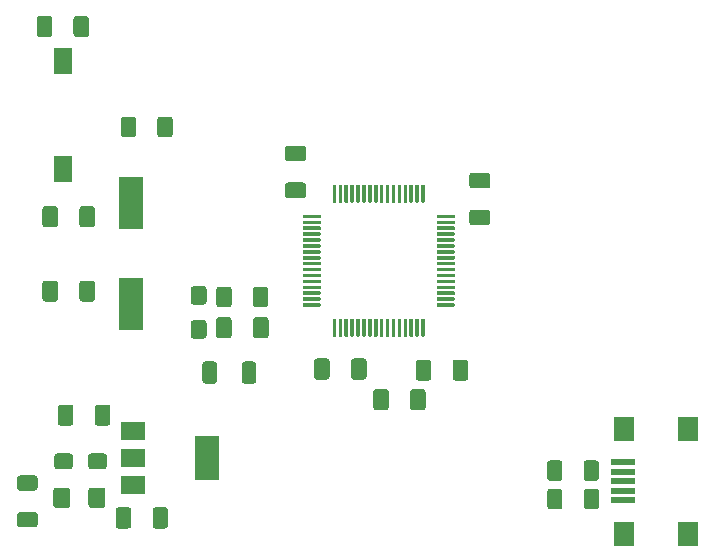
<source format=gtp>
%TF.GenerationSoftware,KiCad,Pcbnew,5.1.9+dfsg1-1*%
%TF.CreationDate,2022-02-05T10:31:28+01:00*%
%TF.ProjectId,STM32F4XX,53544d33-3246-4345-9858-2e6b69636164,2.0*%
%TF.SameCoordinates,Original*%
%TF.FileFunction,Paste,Top*%
%TF.FilePolarity,Positive*%
%FSLAX46Y46*%
G04 Gerber Fmt 4.6, Leading zero omitted, Abs format (unit mm)*
G04 Created by KiCad (PCBNEW 5.1.9+dfsg1-1) date 2022-02-05 10:31:28*
%MOMM*%
%LPD*%
G01*
G04 APERTURE LIST*
%ADD10R,1.600000X2.180000*%
%ADD11R,2.000000X4.500000*%
%ADD12R,2.000000X1.500000*%
%ADD13R,2.000000X3.800000*%
%ADD14R,1.700000X2.000000*%
%ADD15R,2.000000X0.500000*%
G04 APERTURE END LIST*
%TO.C,R5*%
G36*
G01*
X120525001Y-105800000D02*
X119274999Y-105800000D01*
G75*
G02*
X119025000Y-105550001I0J249999D01*
G01*
X119025000Y-104749999D01*
G75*
G02*
X119274999Y-104500000I249999J0D01*
G01*
X120525001Y-104500000D01*
G75*
G02*
X120775000Y-104749999I0J-249999D01*
G01*
X120775000Y-105550001D01*
G75*
G02*
X120525001Y-105800000I-249999J0D01*
G01*
G37*
G36*
G01*
X120525001Y-108900000D02*
X119274999Y-108900000D01*
G75*
G02*
X119025000Y-108650001I0J249999D01*
G01*
X119025000Y-107849999D01*
G75*
G02*
X119274999Y-107600000I249999J0D01*
G01*
X120525001Y-107600000D01*
G75*
G02*
X120775000Y-107849999I0J-249999D01*
G01*
X120775000Y-108650001D01*
G75*
G02*
X120525001Y-108900000I-249999J0D01*
G01*
G37*
%TD*%
%TO.C,C1*%
G36*
G01*
X141949998Y-79700000D02*
X143250002Y-79700000D01*
G75*
G02*
X143500000Y-79949998I0J-249998D01*
G01*
X143500000Y-80775002D01*
G75*
G02*
X143250002Y-81025000I-249998J0D01*
G01*
X141949998Y-81025000D01*
G75*
G02*
X141700000Y-80775002I0J249998D01*
G01*
X141700000Y-79949998D01*
G75*
G02*
X141949998Y-79700000I249998J0D01*
G01*
G37*
G36*
G01*
X141949998Y-76575000D02*
X143250002Y-76575000D01*
G75*
G02*
X143500000Y-76824998I0J-249998D01*
G01*
X143500000Y-77650002D01*
G75*
G02*
X143250002Y-77900000I-249998J0D01*
G01*
X141949998Y-77900000D01*
G75*
G02*
X141700000Y-77650002I0J249998D01*
G01*
X141700000Y-76824998D01*
G75*
G02*
X141949998Y-76575000I249998J0D01*
G01*
G37*
%TD*%
%TO.C,C6*%
G36*
G01*
X134825001Y-90050000D02*
X133974999Y-90050000D01*
G75*
G02*
X133725000Y-89800001I0J249999D01*
G01*
X133725000Y-88724999D01*
G75*
G02*
X133974999Y-88475000I249999J0D01*
G01*
X134825001Y-88475000D01*
G75*
G02*
X135075000Y-88724999I0J-249999D01*
G01*
X135075000Y-89800001D01*
G75*
G02*
X134825001Y-90050000I-249999J0D01*
G01*
G37*
G36*
G01*
X134825001Y-92925000D02*
X133974999Y-92925000D01*
G75*
G02*
X133725000Y-92675001I0J249999D01*
G01*
X133725000Y-91599999D01*
G75*
G02*
X133974999Y-91350000I249999J0D01*
G01*
X134825001Y-91350000D01*
G75*
G02*
X135075000Y-91599999I0J-249999D01*
G01*
X135075000Y-92675001D01*
G75*
G02*
X134825001Y-92925000I-249999J0D01*
G01*
G37*
%TD*%
%TO.C,C8*%
G36*
G01*
X152300000Y-98750002D02*
X152300000Y-97449998D01*
G75*
G02*
X152549998Y-97200000I249998J0D01*
G01*
X153375002Y-97200000D01*
G75*
G02*
X153625000Y-97449998I0J-249998D01*
G01*
X153625000Y-98750002D01*
G75*
G02*
X153375002Y-99000000I-249998J0D01*
G01*
X152549998Y-99000000D01*
G75*
G02*
X152300000Y-98750002I0J249998D01*
G01*
G37*
G36*
G01*
X149175000Y-98750002D02*
X149175000Y-97449998D01*
G75*
G02*
X149424998Y-97200000I249998J0D01*
G01*
X150250002Y-97200000D01*
G75*
G02*
X150500000Y-97449998I0J-249998D01*
G01*
X150500000Y-98750002D01*
G75*
G02*
X150250002Y-99000000I-249998J0D01*
G01*
X149424998Y-99000000D01*
G75*
G02*
X149175000Y-98750002I0J249998D01*
G01*
G37*
%TD*%
%TO.C,D1*%
G36*
G01*
X123525000Y-105775000D02*
X123525000Y-107025000D01*
G75*
G02*
X123275000Y-107275000I-250000J0D01*
G01*
X122350000Y-107275000D01*
G75*
G02*
X122100000Y-107025000I0J250000D01*
G01*
X122100000Y-105775000D01*
G75*
G02*
X122350000Y-105525000I250000J0D01*
G01*
X123275000Y-105525000D01*
G75*
G02*
X123525000Y-105775000I0J-250000D01*
G01*
G37*
G36*
G01*
X126500000Y-105775000D02*
X126500000Y-107025000D01*
G75*
G02*
X126250000Y-107275000I-250000J0D01*
G01*
X125325000Y-107275000D01*
G75*
G02*
X125075000Y-107025000I0J250000D01*
G01*
X125075000Y-105775000D01*
G75*
G02*
X125325000Y-105525000I250000J0D01*
G01*
X126250000Y-105525000D01*
G75*
G02*
X126500000Y-105775000I0J-250000D01*
G01*
G37*
%TD*%
%TO.C,FB1*%
G36*
G01*
X138050000Y-96500001D02*
X138050000Y-95099999D01*
G75*
G02*
X138299999Y-94850000I249999J0D01*
G01*
X139025001Y-94850000D01*
G75*
G02*
X139275000Y-95099999I0J-249999D01*
G01*
X139275000Y-96500001D01*
G75*
G02*
X139025001Y-96750000I-249999J0D01*
G01*
X138299999Y-96750000D01*
G75*
G02*
X138050000Y-96500001I0J249999D01*
G01*
G37*
G36*
G01*
X134725000Y-96500001D02*
X134725000Y-95099999D01*
G75*
G02*
X134974999Y-94850000I249999J0D01*
G01*
X135700001Y-94850000D01*
G75*
G02*
X135950000Y-95099999I0J-249999D01*
G01*
X135950000Y-96500001D01*
G75*
G02*
X135700001Y-96750000I-249999J0D01*
G01*
X134974999Y-96750000D01*
G75*
G02*
X134725000Y-96500001I0J249999D01*
G01*
G37*
%TD*%
%TO.C,R1*%
G36*
G01*
X130900000Y-75625001D02*
X130900000Y-74374999D01*
G75*
G02*
X131149999Y-74125000I249999J0D01*
G01*
X131950001Y-74125000D01*
G75*
G02*
X132200000Y-74374999I0J-249999D01*
G01*
X132200000Y-75625001D01*
G75*
G02*
X131950001Y-75875000I-249999J0D01*
G01*
X131149999Y-75875000D01*
G75*
G02*
X130900000Y-75625001I0J249999D01*
G01*
G37*
G36*
G01*
X127800000Y-75625001D02*
X127800000Y-74374999D01*
G75*
G02*
X128049999Y-74125000I249999J0D01*
G01*
X128850001Y-74125000D01*
G75*
G02*
X129100000Y-74374999I0J-249999D01*
G01*
X129100000Y-75625001D01*
G75*
G02*
X128850001Y-75875000I-249999J0D01*
G01*
X128049999Y-75875000D01*
G75*
G02*
X127800000Y-75625001I0J249999D01*
G01*
G37*
%TD*%
%TO.C,R2*%
G36*
G01*
X139000000Y-90025001D02*
X139000000Y-88774999D01*
G75*
G02*
X139249999Y-88525000I249999J0D01*
G01*
X140050001Y-88525000D01*
G75*
G02*
X140300000Y-88774999I0J-249999D01*
G01*
X140300000Y-90025001D01*
G75*
G02*
X140050001Y-90275000I-249999J0D01*
G01*
X139249999Y-90275000D01*
G75*
G02*
X139000000Y-90025001I0J249999D01*
G01*
G37*
G36*
G01*
X135900000Y-90025001D02*
X135900000Y-88774999D01*
G75*
G02*
X136149999Y-88525000I249999J0D01*
G01*
X136950001Y-88525000D01*
G75*
G02*
X137200000Y-88774999I0J-249999D01*
G01*
X137200000Y-90025001D01*
G75*
G02*
X136950001Y-90275000I-249999J0D01*
G01*
X136149999Y-90275000D01*
G75*
G02*
X135900000Y-90025001I0J249999D01*
G01*
G37*
%TD*%
%TO.C,R4*%
G36*
G01*
X167000000Y-107125001D02*
X167000000Y-105874999D01*
G75*
G02*
X167249999Y-105625000I249999J0D01*
G01*
X168050001Y-105625000D01*
G75*
G02*
X168300000Y-105874999I0J-249999D01*
G01*
X168300000Y-107125001D01*
G75*
G02*
X168050001Y-107375000I-249999J0D01*
G01*
X167249999Y-107375000D01*
G75*
G02*
X167000000Y-107125001I0J249999D01*
G01*
G37*
G36*
G01*
X163900000Y-107125001D02*
X163900000Y-105874999D01*
G75*
G02*
X164149999Y-105625000I249999J0D01*
G01*
X164950001Y-105625000D01*
G75*
G02*
X165200000Y-105874999I0J-249999D01*
G01*
X165200000Y-107125001D01*
G75*
G02*
X164950001Y-107375000I-249999J0D01*
G01*
X164149999Y-107375000D01*
G75*
G02*
X163900000Y-107125001I0J249999D01*
G01*
G37*
%TD*%
D10*
%TO.C,SW1*%
X122900000Y-69410000D03*
X122900000Y-78590000D03*
%TD*%
%TO.C,U1*%
G36*
G01*
X145750000Y-81350000D02*
X145750000Y-79950000D01*
G75*
G02*
X145825000Y-79875000I75000J0D01*
G01*
X145975000Y-79875000D01*
G75*
G02*
X146050000Y-79950000I0J-75000D01*
G01*
X146050000Y-81350000D01*
G75*
G02*
X145975000Y-81425000I-75000J0D01*
G01*
X145825000Y-81425000D01*
G75*
G02*
X145750000Y-81350000I0J75000D01*
G01*
G37*
G36*
G01*
X146250000Y-81350000D02*
X146250000Y-79950000D01*
G75*
G02*
X146325000Y-79875000I75000J0D01*
G01*
X146475000Y-79875000D01*
G75*
G02*
X146550000Y-79950000I0J-75000D01*
G01*
X146550000Y-81350000D01*
G75*
G02*
X146475000Y-81425000I-75000J0D01*
G01*
X146325000Y-81425000D01*
G75*
G02*
X146250000Y-81350000I0J75000D01*
G01*
G37*
G36*
G01*
X146750000Y-81350000D02*
X146750000Y-79950000D01*
G75*
G02*
X146825000Y-79875000I75000J0D01*
G01*
X146975000Y-79875000D01*
G75*
G02*
X147050000Y-79950000I0J-75000D01*
G01*
X147050000Y-81350000D01*
G75*
G02*
X146975000Y-81425000I-75000J0D01*
G01*
X146825000Y-81425000D01*
G75*
G02*
X146750000Y-81350000I0J75000D01*
G01*
G37*
G36*
G01*
X147250000Y-81350000D02*
X147250000Y-79950000D01*
G75*
G02*
X147325000Y-79875000I75000J0D01*
G01*
X147475000Y-79875000D01*
G75*
G02*
X147550000Y-79950000I0J-75000D01*
G01*
X147550000Y-81350000D01*
G75*
G02*
X147475000Y-81425000I-75000J0D01*
G01*
X147325000Y-81425000D01*
G75*
G02*
X147250000Y-81350000I0J75000D01*
G01*
G37*
G36*
G01*
X147750000Y-81350000D02*
X147750000Y-79950000D01*
G75*
G02*
X147825000Y-79875000I75000J0D01*
G01*
X147975000Y-79875000D01*
G75*
G02*
X148050000Y-79950000I0J-75000D01*
G01*
X148050000Y-81350000D01*
G75*
G02*
X147975000Y-81425000I-75000J0D01*
G01*
X147825000Y-81425000D01*
G75*
G02*
X147750000Y-81350000I0J75000D01*
G01*
G37*
G36*
G01*
X148250000Y-81350000D02*
X148250000Y-79950000D01*
G75*
G02*
X148325000Y-79875000I75000J0D01*
G01*
X148475000Y-79875000D01*
G75*
G02*
X148550000Y-79950000I0J-75000D01*
G01*
X148550000Y-81350000D01*
G75*
G02*
X148475000Y-81425000I-75000J0D01*
G01*
X148325000Y-81425000D01*
G75*
G02*
X148250000Y-81350000I0J75000D01*
G01*
G37*
G36*
G01*
X148750000Y-81350000D02*
X148750000Y-79950000D01*
G75*
G02*
X148825000Y-79875000I75000J0D01*
G01*
X148975000Y-79875000D01*
G75*
G02*
X149050000Y-79950000I0J-75000D01*
G01*
X149050000Y-81350000D01*
G75*
G02*
X148975000Y-81425000I-75000J0D01*
G01*
X148825000Y-81425000D01*
G75*
G02*
X148750000Y-81350000I0J75000D01*
G01*
G37*
G36*
G01*
X149250000Y-81350000D02*
X149250000Y-79950000D01*
G75*
G02*
X149325000Y-79875000I75000J0D01*
G01*
X149475000Y-79875000D01*
G75*
G02*
X149550000Y-79950000I0J-75000D01*
G01*
X149550000Y-81350000D01*
G75*
G02*
X149475000Y-81425000I-75000J0D01*
G01*
X149325000Y-81425000D01*
G75*
G02*
X149250000Y-81350000I0J75000D01*
G01*
G37*
G36*
G01*
X149750000Y-81350000D02*
X149750000Y-79950000D01*
G75*
G02*
X149825000Y-79875000I75000J0D01*
G01*
X149975000Y-79875000D01*
G75*
G02*
X150050000Y-79950000I0J-75000D01*
G01*
X150050000Y-81350000D01*
G75*
G02*
X149975000Y-81425000I-75000J0D01*
G01*
X149825000Y-81425000D01*
G75*
G02*
X149750000Y-81350000I0J75000D01*
G01*
G37*
G36*
G01*
X150250000Y-81350000D02*
X150250000Y-79950000D01*
G75*
G02*
X150325000Y-79875000I75000J0D01*
G01*
X150475000Y-79875000D01*
G75*
G02*
X150550000Y-79950000I0J-75000D01*
G01*
X150550000Y-81350000D01*
G75*
G02*
X150475000Y-81425000I-75000J0D01*
G01*
X150325000Y-81425000D01*
G75*
G02*
X150250000Y-81350000I0J75000D01*
G01*
G37*
G36*
G01*
X150750000Y-81350000D02*
X150750000Y-79950000D01*
G75*
G02*
X150825000Y-79875000I75000J0D01*
G01*
X150975000Y-79875000D01*
G75*
G02*
X151050000Y-79950000I0J-75000D01*
G01*
X151050000Y-81350000D01*
G75*
G02*
X150975000Y-81425000I-75000J0D01*
G01*
X150825000Y-81425000D01*
G75*
G02*
X150750000Y-81350000I0J75000D01*
G01*
G37*
G36*
G01*
X151250000Y-81350000D02*
X151250000Y-79950000D01*
G75*
G02*
X151325000Y-79875000I75000J0D01*
G01*
X151475000Y-79875000D01*
G75*
G02*
X151550000Y-79950000I0J-75000D01*
G01*
X151550000Y-81350000D01*
G75*
G02*
X151475000Y-81425000I-75000J0D01*
G01*
X151325000Y-81425000D01*
G75*
G02*
X151250000Y-81350000I0J75000D01*
G01*
G37*
G36*
G01*
X151750000Y-81350000D02*
X151750000Y-79950000D01*
G75*
G02*
X151825000Y-79875000I75000J0D01*
G01*
X151975000Y-79875000D01*
G75*
G02*
X152050000Y-79950000I0J-75000D01*
G01*
X152050000Y-81350000D01*
G75*
G02*
X151975000Y-81425000I-75000J0D01*
G01*
X151825000Y-81425000D01*
G75*
G02*
X151750000Y-81350000I0J75000D01*
G01*
G37*
G36*
G01*
X152250000Y-81350000D02*
X152250000Y-79950000D01*
G75*
G02*
X152325000Y-79875000I75000J0D01*
G01*
X152475000Y-79875000D01*
G75*
G02*
X152550000Y-79950000I0J-75000D01*
G01*
X152550000Y-81350000D01*
G75*
G02*
X152475000Y-81425000I-75000J0D01*
G01*
X152325000Y-81425000D01*
G75*
G02*
X152250000Y-81350000I0J75000D01*
G01*
G37*
G36*
G01*
X152750000Y-81350000D02*
X152750000Y-79950000D01*
G75*
G02*
X152825000Y-79875000I75000J0D01*
G01*
X152975000Y-79875000D01*
G75*
G02*
X153050000Y-79950000I0J-75000D01*
G01*
X153050000Y-81350000D01*
G75*
G02*
X152975000Y-81425000I-75000J0D01*
G01*
X152825000Y-81425000D01*
G75*
G02*
X152750000Y-81350000I0J75000D01*
G01*
G37*
G36*
G01*
X153250000Y-81350000D02*
X153250000Y-79950000D01*
G75*
G02*
X153325000Y-79875000I75000J0D01*
G01*
X153475000Y-79875000D01*
G75*
G02*
X153550000Y-79950000I0J-75000D01*
G01*
X153550000Y-81350000D01*
G75*
G02*
X153475000Y-81425000I-75000J0D01*
G01*
X153325000Y-81425000D01*
G75*
G02*
X153250000Y-81350000I0J75000D01*
G01*
G37*
G36*
G01*
X154550000Y-82650000D02*
X154550000Y-82500000D01*
G75*
G02*
X154625000Y-82425000I75000J0D01*
G01*
X156025000Y-82425000D01*
G75*
G02*
X156100000Y-82500000I0J-75000D01*
G01*
X156100000Y-82650000D01*
G75*
G02*
X156025000Y-82725000I-75000J0D01*
G01*
X154625000Y-82725000D01*
G75*
G02*
X154550000Y-82650000I0J75000D01*
G01*
G37*
G36*
G01*
X154550000Y-83150000D02*
X154550000Y-83000000D01*
G75*
G02*
X154625000Y-82925000I75000J0D01*
G01*
X156025000Y-82925000D01*
G75*
G02*
X156100000Y-83000000I0J-75000D01*
G01*
X156100000Y-83150000D01*
G75*
G02*
X156025000Y-83225000I-75000J0D01*
G01*
X154625000Y-83225000D01*
G75*
G02*
X154550000Y-83150000I0J75000D01*
G01*
G37*
G36*
G01*
X154550000Y-83650000D02*
X154550000Y-83500000D01*
G75*
G02*
X154625000Y-83425000I75000J0D01*
G01*
X156025000Y-83425000D01*
G75*
G02*
X156100000Y-83500000I0J-75000D01*
G01*
X156100000Y-83650000D01*
G75*
G02*
X156025000Y-83725000I-75000J0D01*
G01*
X154625000Y-83725000D01*
G75*
G02*
X154550000Y-83650000I0J75000D01*
G01*
G37*
G36*
G01*
X154550000Y-84150000D02*
X154550000Y-84000000D01*
G75*
G02*
X154625000Y-83925000I75000J0D01*
G01*
X156025000Y-83925000D01*
G75*
G02*
X156100000Y-84000000I0J-75000D01*
G01*
X156100000Y-84150000D01*
G75*
G02*
X156025000Y-84225000I-75000J0D01*
G01*
X154625000Y-84225000D01*
G75*
G02*
X154550000Y-84150000I0J75000D01*
G01*
G37*
G36*
G01*
X154550000Y-84650000D02*
X154550000Y-84500000D01*
G75*
G02*
X154625000Y-84425000I75000J0D01*
G01*
X156025000Y-84425000D01*
G75*
G02*
X156100000Y-84500000I0J-75000D01*
G01*
X156100000Y-84650000D01*
G75*
G02*
X156025000Y-84725000I-75000J0D01*
G01*
X154625000Y-84725000D01*
G75*
G02*
X154550000Y-84650000I0J75000D01*
G01*
G37*
G36*
G01*
X154550000Y-85150000D02*
X154550000Y-85000000D01*
G75*
G02*
X154625000Y-84925000I75000J0D01*
G01*
X156025000Y-84925000D01*
G75*
G02*
X156100000Y-85000000I0J-75000D01*
G01*
X156100000Y-85150000D01*
G75*
G02*
X156025000Y-85225000I-75000J0D01*
G01*
X154625000Y-85225000D01*
G75*
G02*
X154550000Y-85150000I0J75000D01*
G01*
G37*
G36*
G01*
X154550000Y-85650000D02*
X154550000Y-85500000D01*
G75*
G02*
X154625000Y-85425000I75000J0D01*
G01*
X156025000Y-85425000D01*
G75*
G02*
X156100000Y-85500000I0J-75000D01*
G01*
X156100000Y-85650000D01*
G75*
G02*
X156025000Y-85725000I-75000J0D01*
G01*
X154625000Y-85725000D01*
G75*
G02*
X154550000Y-85650000I0J75000D01*
G01*
G37*
G36*
G01*
X154550000Y-86150000D02*
X154550000Y-86000000D01*
G75*
G02*
X154625000Y-85925000I75000J0D01*
G01*
X156025000Y-85925000D01*
G75*
G02*
X156100000Y-86000000I0J-75000D01*
G01*
X156100000Y-86150000D01*
G75*
G02*
X156025000Y-86225000I-75000J0D01*
G01*
X154625000Y-86225000D01*
G75*
G02*
X154550000Y-86150000I0J75000D01*
G01*
G37*
G36*
G01*
X154550000Y-86650000D02*
X154550000Y-86500000D01*
G75*
G02*
X154625000Y-86425000I75000J0D01*
G01*
X156025000Y-86425000D01*
G75*
G02*
X156100000Y-86500000I0J-75000D01*
G01*
X156100000Y-86650000D01*
G75*
G02*
X156025000Y-86725000I-75000J0D01*
G01*
X154625000Y-86725000D01*
G75*
G02*
X154550000Y-86650000I0J75000D01*
G01*
G37*
G36*
G01*
X154550000Y-87150000D02*
X154550000Y-87000000D01*
G75*
G02*
X154625000Y-86925000I75000J0D01*
G01*
X156025000Y-86925000D01*
G75*
G02*
X156100000Y-87000000I0J-75000D01*
G01*
X156100000Y-87150000D01*
G75*
G02*
X156025000Y-87225000I-75000J0D01*
G01*
X154625000Y-87225000D01*
G75*
G02*
X154550000Y-87150000I0J75000D01*
G01*
G37*
G36*
G01*
X154550000Y-87650000D02*
X154550000Y-87500000D01*
G75*
G02*
X154625000Y-87425000I75000J0D01*
G01*
X156025000Y-87425000D01*
G75*
G02*
X156100000Y-87500000I0J-75000D01*
G01*
X156100000Y-87650000D01*
G75*
G02*
X156025000Y-87725000I-75000J0D01*
G01*
X154625000Y-87725000D01*
G75*
G02*
X154550000Y-87650000I0J75000D01*
G01*
G37*
G36*
G01*
X154550000Y-88150000D02*
X154550000Y-88000000D01*
G75*
G02*
X154625000Y-87925000I75000J0D01*
G01*
X156025000Y-87925000D01*
G75*
G02*
X156100000Y-88000000I0J-75000D01*
G01*
X156100000Y-88150000D01*
G75*
G02*
X156025000Y-88225000I-75000J0D01*
G01*
X154625000Y-88225000D01*
G75*
G02*
X154550000Y-88150000I0J75000D01*
G01*
G37*
G36*
G01*
X154550000Y-88650000D02*
X154550000Y-88500000D01*
G75*
G02*
X154625000Y-88425000I75000J0D01*
G01*
X156025000Y-88425000D01*
G75*
G02*
X156100000Y-88500000I0J-75000D01*
G01*
X156100000Y-88650000D01*
G75*
G02*
X156025000Y-88725000I-75000J0D01*
G01*
X154625000Y-88725000D01*
G75*
G02*
X154550000Y-88650000I0J75000D01*
G01*
G37*
G36*
G01*
X154550000Y-89150000D02*
X154550000Y-89000000D01*
G75*
G02*
X154625000Y-88925000I75000J0D01*
G01*
X156025000Y-88925000D01*
G75*
G02*
X156100000Y-89000000I0J-75000D01*
G01*
X156100000Y-89150000D01*
G75*
G02*
X156025000Y-89225000I-75000J0D01*
G01*
X154625000Y-89225000D01*
G75*
G02*
X154550000Y-89150000I0J75000D01*
G01*
G37*
G36*
G01*
X154550000Y-89650000D02*
X154550000Y-89500000D01*
G75*
G02*
X154625000Y-89425000I75000J0D01*
G01*
X156025000Y-89425000D01*
G75*
G02*
X156100000Y-89500000I0J-75000D01*
G01*
X156100000Y-89650000D01*
G75*
G02*
X156025000Y-89725000I-75000J0D01*
G01*
X154625000Y-89725000D01*
G75*
G02*
X154550000Y-89650000I0J75000D01*
G01*
G37*
G36*
G01*
X154550000Y-90150000D02*
X154550000Y-90000000D01*
G75*
G02*
X154625000Y-89925000I75000J0D01*
G01*
X156025000Y-89925000D01*
G75*
G02*
X156100000Y-90000000I0J-75000D01*
G01*
X156100000Y-90150000D01*
G75*
G02*
X156025000Y-90225000I-75000J0D01*
G01*
X154625000Y-90225000D01*
G75*
G02*
X154550000Y-90150000I0J75000D01*
G01*
G37*
G36*
G01*
X153250000Y-92700000D02*
X153250000Y-91300000D01*
G75*
G02*
X153325000Y-91225000I75000J0D01*
G01*
X153475000Y-91225000D01*
G75*
G02*
X153550000Y-91300000I0J-75000D01*
G01*
X153550000Y-92700000D01*
G75*
G02*
X153475000Y-92775000I-75000J0D01*
G01*
X153325000Y-92775000D01*
G75*
G02*
X153250000Y-92700000I0J75000D01*
G01*
G37*
G36*
G01*
X152750000Y-92700000D02*
X152750000Y-91300000D01*
G75*
G02*
X152825000Y-91225000I75000J0D01*
G01*
X152975000Y-91225000D01*
G75*
G02*
X153050000Y-91300000I0J-75000D01*
G01*
X153050000Y-92700000D01*
G75*
G02*
X152975000Y-92775000I-75000J0D01*
G01*
X152825000Y-92775000D01*
G75*
G02*
X152750000Y-92700000I0J75000D01*
G01*
G37*
G36*
G01*
X152250000Y-92700000D02*
X152250000Y-91300000D01*
G75*
G02*
X152325000Y-91225000I75000J0D01*
G01*
X152475000Y-91225000D01*
G75*
G02*
X152550000Y-91300000I0J-75000D01*
G01*
X152550000Y-92700000D01*
G75*
G02*
X152475000Y-92775000I-75000J0D01*
G01*
X152325000Y-92775000D01*
G75*
G02*
X152250000Y-92700000I0J75000D01*
G01*
G37*
G36*
G01*
X151750000Y-92700000D02*
X151750000Y-91300000D01*
G75*
G02*
X151825000Y-91225000I75000J0D01*
G01*
X151975000Y-91225000D01*
G75*
G02*
X152050000Y-91300000I0J-75000D01*
G01*
X152050000Y-92700000D01*
G75*
G02*
X151975000Y-92775000I-75000J0D01*
G01*
X151825000Y-92775000D01*
G75*
G02*
X151750000Y-92700000I0J75000D01*
G01*
G37*
G36*
G01*
X151250000Y-92700000D02*
X151250000Y-91300000D01*
G75*
G02*
X151325000Y-91225000I75000J0D01*
G01*
X151475000Y-91225000D01*
G75*
G02*
X151550000Y-91300000I0J-75000D01*
G01*
X151550000Y-92700000D01*
G75*
G02*
X151475000Y-92775000I-75000J0D01*
G01*
X151325000Y-92775000D01*
G75*
G02*
X151250000Y-92700000I0J75000D01*
G01*
G37*
G36*
G01*
X150750000Y-92700000D02*
X150750000Y-91300000D01*
G75*
G02*
X150825000Y-91225000I75000J0D01*
G01*
X150975000Y-91225000D01*
G75*
G02*
X151050000Y-91300000I0J-75000D01*
G01*
X151050000Y-92700000D01*
G75*
G02*
X150975000Y-92775000I-75000J0D01*
G01*
X150825000Y-92775000D01*
G75*
G02*
X150750000Y-92700000I0J75000D01*
G01*
G37*
G36*
G01*
X150250000Y-92700000D02*
X150250000Y-91300000D01*
G75*
G02*
X150325000Y-91225000I75000J0D01*
G01*
X150475000Y-91225000D01*
G75*
G02*
X150550000Y-91300000I0J-75000D01*
G01*
X150550000Y-92700000D01*
G75*
G02*
X150475000Y-92775000I-75000J0D01*
G01*
X150325000Y-92775000D01*
G75*
G02*
X150250000Y-92700000I0J75000D01*
G01*
G37*
G36*
G01*
X149750000Y-92700000D02*
X149750000Y-91300000D01*
G75*
G02*
X149825000Y-91225000I75000J0D01*
G01*
X149975000Y-91225000D01*
G75*
G02*
X150050000Y-91300000I0J-75000D01*
G01*
X150050000Y-92700000D01*
G75*
G02*
X149975000Y-92775000I-75000J0D01*
G01*
X149825000Y-92775000D01*
G75*
G02*
X149750000Y-92700000I0J75000D01*
G01*
G37*
G36*
G01*
X149250000Y-92700000D02*
X149250000Y-91300000D01*
G75*
G02*
X149325000Y-91225000I75000J0D01*
G01*
X149475000Y-91225000D01*
G75*
G02*
X149550000Y-91300000I0J-75000D01*
G01*
X149550000Y-92700000D01*
G75*
G02*
X149475000Y-92775000I-75000J0D01*
G01*
X149325000Y-92775000D01*
G75*
G02*
X149250000Y-92700000I0J75000D01*
G01*
G37*
G36*
G01*
X148750000Y-92700000D02*
X148750000Y-91300000D01*
G75*
G02*
X148825000Y-91225000I75000J0D01*
G01*
X148975000Y-91225000D01*
G75*
G02*
X149050000Y-91300000I0J-75000D01*
G01*
X149050000Y-92700000D01*
G75*
G02*
X148975000Y-92775000I-75000J0D01*
G01*
X148825000Y-92775000D01*
G75*
G02*
X148750000Y-92700000I0J75000D01*
G01*
G37*
G36*
G01*
X148250000Y-92700000D02*
X148250000Y-91300000D01*
G75*
G02*
X148325000Y-91225000I75000J0D01*
G01*
X148475000Y-91225000D01*
G75*
G02*
X148550000Y-91300000I0J-75000D01*
G01*
X148550000Y-92700000D01*
G75*
G02*
X148475000Y-92775000I-75000J0D01*
G01*
X148325000Y-92775000D01*
G75*
G02*
X148250000Y-92700000I0J75000D01*
G01*
G37*
G36*
G01*
X147750000Y-92700000D02*
X147750000Y-91300000D01*
G75*
G02*
X147825000Y-91225000I75000J0D01*
G01*
X147975000Y-91225000D01*
G75*
G02*
X148050000Y-91300000I0J-75000D01*
G01*
X148050000Y-92700000D01*
G75*
G02*
X147975000Y-92775000I-75000J0D01*
G01*
X147825000Y-92775000D01*
G75*
G02*
X147750000Y-92700000I0J75000D01*
G01*
G37*
G36*
G01*
X147250000Y-92700000D02*
X147250000Y-91300000D01*
G75*
G02*
X147325000Y-91225000I75000J0D01*
G01*
X147475000Y-91225000D01*
G75*
G02*
X147550000Y-91300000I0J-75000D01*
G01*
X147550000Y-92700000D01*
G75*
G02*
X147475000Y-92775000I-75000J0D01*
G01*
X147325000Y-92775000D01*
G75*
G02*
X147250000Y-92700000I0J75000D01*
G01*
G37*
G36*
G01*
X146750000Y-92700000D02*
X146750000Y-91300000D01*
G75*
G02*
X146825000Y-91225000I75000J0D01*
G01*
X146975000Y-91225000D01*
G75*
G02*
X147050000Y-91300000I0J-75000D01*
G01*
X147050000Y-92700000D01*
G75*
G02*
X146975000Y-92775000I-75000J0D01*
G01*
X146825000Y-92775000D01*
G75*
G02*
X146750000Y-92700000I0J75000D01*
G01*
G37*
G36*
G01*
X146250000Y-92700000D02*
X146250000Y-91300000D01*
G75*
G02*
X146325000Y-91225000I75000J0D01*
G01*
X146475000Y-91225000D01*
G75*
G02*
X146550000Y-91300000I0J-75000D01*
G01*
X146550000Y-92700000D01*
G75*
G02*
X146475000Y-92775000I-75000J0D01*
G01*
X146325000Y-92775000D01*
G75*
G02*
X146250000Y-92700000I0J75000D01*
G01*
G37*
G36*
G01*
X145750000Y-92700000D02*
X145750000Y-91300000D01*
G75*
G02*
X145825000Y-91225000I75000J0D01*
G01*
X145975000Y-91225000D01*
G75*
G02*
X146050000Y-91300000I0J-75000D01*
G01*
X146050000Y-92700000D01*
G75*
G02*
X145975000Y-92775000I-75000J0D01*
G01*
X145825000Y-92775000D01*
G75*
G02*
X145750000Y-92700000I0J75000D01*
G01*
G37*
G36*
G01*
X143200000Y-90150000D02*
X143200000Y-90000000D01*
G75*
G02*
X143275000Y-89925000I75000J0D01*
G01*
X144675000Y-89925000D01*
G75*
G02*
X144750000Y-90000000I0J-75000D01*
G01*
X144750000Y-90150000D01*
G75*
G02*
X144675000Y-90225000I-75000J0D01*
G01*
X143275000Y-90225000D01*
G75*
G02*
X143200000Y-90150000I0J75000D01*
G01*
G37*
G36*
G01*
X143200000Y-89650000D02*
X143200000Y-89500000D01*
G75*
G02*
X143275000Y-89425000I75000J0D01*
G01*
X144675000Y-89425000D01*
G75*
G02*
X144750000Y-89500000I0J-75000D01*
G01*
X144750000Y-89650000D01*
G75*
G02*
X144675000Y-89725000I-75000J0D01*
G01*
X143275000Y-89725000D01*
G75*
G02*
X143200000Y-89650000I0J75000D01*
G01*
G37*
G36*
G01*
X143200000Y-89150000D02*
X143200000Y-89000000D01*
G75*
G02*
X143275000Y-88925000I75000J0D01*
G01*
X144675000Y-88925000D01*
G75*
G02*
X144750000Y-89000000I0J-75000D01*
G01*
X144750000Y-89150000D01*
G75*
G02*
X144675000Y-89225000I-75000J0D01*
G01*
X143275000Y-89225000D01*
G75*
G02*
X143200000Y-89150000I0J75000D01*
G01*
G37*
G36*
G01*
X143200000Y-88650000D02*
X143200000Y-88500000D01*
G75*
G02*
X143275000Y-88425000I75000J0D01*
G01*
X144675000Y-88425000D01*
G75*
G02*
X144750000Y-88500000I0J-75000D01*
G01*
X144750000Y-88650000D01*
G75*
G02*
X144675000Y-88725000I-75000J0D01*
G01*
X143275000Y-88725000D01*
G75*
G02*
X143200000Y-88650000I0J75000D01*
G01*
G37*
G36*
G01*
X143200000Y-88150000D02*
X143200000Y-88000000D01*
G75*
G02*
X143275000Y-87925000I75000J0D01*
G01*
X144675000Y-87925000D01*
G75*
G02*
X144750000Y-88000000I0J-75000D01*
G01*
X144750000Y-88150000D01*
G75*
G02*
X144675000Y-88225000I-75000J0D01*
G01*
X143275000Y-88225000D01*
G75*
G02*
X143200000Y-88150000I0J75000D01*
G01*
G37*
G36*
G01*
X143200000Y-87650000D02*
X143200000Y-87500000D01*
G75*
G02*
X143275000Y-87425000I75000J0D01*
G01*
X144675000Y-87425000D01*
G75*
G02*
X144750000Y-87500000I0J-75000D01*
G01*
X144750000Y-87650000D01*
G75*
G02*
X144675000Y-87725000I-75000J0D01*
G01*
X143275000Y-87725000D01*
G75*
G02*
X143200000Y-87650000I0J75000D01*
G01*
G37*
G36*
G01*
X143200000Y-87150000D02*
X143200000Y-87000000D01*
G75*
G02*
X143275000Y-86925000I75000J0D01*
G01*
X144675000Y-86925000D01*
G75*
G02*
X144750000Y-87000000I0J-75000D01*
G01*
X144750000Y-87150000D01*
G75*
G02*
X144675000Y-87225000I-75000J0D01*
G01*
X143275000Y-87225000D01*
G75*
G02*
X143200000Y-87150000I0J75000D01*
G01*
G37*
G36*
G01*
X143200000Y-86650000D02*
X143200000Y-86500000D01*
G75*
G02*
X143275000Y-86425000I75000J0D01*
G01*
X144675000Y-86425000D01*
G75*
G02*
X144750000Y-86500000I0J-75000D01*
G01*
X144750000Y-86650000D01*
G75*
G02*
X144675000Y-86725000I-75000J0D01*
G01*
X143275000Y-86725000D01*
G75*
G02*
X143200000Y-86650000I0J75000D01*
G01*
G37*
G36*
G01*
X143200000Y-86150000D02*
X143200000Y-86000000D01*
G75*
G02*
X143275000Y-85925000I75000J0D01*
G01*
X144675000Y-85925000D01*
G75*
G02*
X144750000Y-86000000I0J-75000D01*
G01*
X144750000Y-86150000D01*
G75*
G02*
X144675000Y-86225000I-75000J0D01*
G01*
X143275000Y-86225000D01*
G75*
G02*
X143200000Y-86150000I0J75000D01*
G01*
G37*
G36*
G01*
X143200000Y-85650000D02*
X143200000Y-85500000D01*
G75*
G02*
X143275000Y-85425000I75000J0D01*
G01*
X144675000Y-85425000D01*
G75*
G02*
X144750000Y-85500000I0J-75000D01*
G01*
X144750000Y-85650000D01*
G75*
G02*
X144675000Y-85725000I-75000J0D01*
G01*
X143275000Y-85725000D01*
G75*
G02*
X143200000Y-85650000I0J75000D01*
G01*
G37*
G36*
G01*
X143200000Y-85150000D02*
X143200000Y-85000000D01*
G75*
G02*
X143275000Y-84925000I75000J0D01*
G01*
X144675000Y-84925000D01*
G75*
G02*
X144750000Y-85000000I0J-75000D01*
G01*
X144750000Y-85150000D01*
G75*
G02*
X144675000Y-85225000I-75000J0D01*
G01*
X143275000Y-85225000D01*
G75*
G02*
X143200000Y-85150000I0J75000D01*
G01*
G37*
G36*
G01*
X143200000Y-84650000D02*
X143200000Y-84500000D01*
G75*
G02*
X143275000Y-84425000I75000J0D01*
G01*
X144675000Y-84425000D01*
G75*
G02*
X144750000Y-84500000I0J-75000D01*
G01*
X144750000Y-84650000D01*
G75*
G02*
X144675000Y-84725000I-75000J0D01*
G01*
X143275000Y-84725000D01*
G75*
G02*
X143200000Y-84650000I0J75000D01*
G01*
G37*
G36*
G01*
X143200000Y-84150000D02*
X143200000Y-84000000D01*
G75*
G02*
X143275000Y-83925000I75000J0D01*
G01*
X144675000Y-83925000D01*
G75*
G02*
X144750000Y-84000000I0J-75000D01*
G01*
X144750000Y-84150000D01*
G75*
G02*
X144675000Y-84225000I-75000J0D01*
G01*
X143275000Y-84225000D01*
G75*
G02*
X143200000Y-84150000I0J75000D01*
G01*
G37*
G36*
G01*
X143200000Y-83650000D02*
X143200000Y-83500000D01*
G75*
G02*
X143275000Y-83425000I75000J0D01*
G01*
X144675000Y-83425000D01*
G75*
G02*
X144750000Y-83500000I0J-75000D01*
G01*
X144750000Y-83650000D01*
G75*
G02*
X144675000Y-83725000I-75000J0D01*
G01*
X143275000Y-83725000D01*
G75*
G02*
X143200000Y-83650000I0J75000D01*
G01*
G37*
G36*
G01*
X143200000Y-83150000D02*
X143200000Y-83000000D01*
G75*
G02*
X143275000Y-82925000I75000J0D01*
G01*
X144675000Y-82925000D01*
G75*
G02*
X144750000Y-83000000I0J-75000D01*
G01*
X144750000Y-83150000D01*
G75*
G02*
X144675000Y-83225000I-75000J0D01*
G01*
X143275000Y-83225000D01*
G75*
G02*
X143200000Y-83150000I0J75000D01*
G01*
G37*
G36*
G01*
X143200000Y-82650000D02*
X143200000Y-82500000D01*
G75*
G02*
X143275000Y-82425000I75000J0D01*
G01*
X144675000Y-82425000D01*
G75*
G02*
X144750000Y-82500000I0J-75000D01*
G01*
X144750000Y-82650000D01*
G75*
G02*
X144675000Y-82725000I-75000J0D01*
G01*
X143275000Y-82725000D01*
G75*
G02*
X143200000Y-82650000I0J75000D01*
G01*
G37*
%TD*%
D11*
%TO.C,Y1*%
X128700000Y-89950000D03*
X128700000Y-81450000D03*
%TD*%
D12*
%TO.C,U2*%
X128850000Y-100700000D03*
X128850000Y-105300000D03*
X128850000Y-103000000D03*
D13*
X135150000Y-103000000D03*
%TD*%
D14*
%TO.C,J3*%
X175850000Y-100550000D03*
X170400000Y-100550000D03*
X175850000Y-109450000D03*
X170400000Y-109450000D03*
D15*
X170300000Y-103400000D03*
X170300000Y-104200000D03*
X170300000Y-105000000D03*
X170300000Y-105800000D03*
X170300000Y-106600000D03*
%TD*%
%TO.C,C2*%
G36*
G01*
X145500000Y-94849998D02*
X145500000Y-96150002D01*
G75*
G02*
X145250002Y-96400000I-249998J0D01*
G01*
X144424998Y-96400000D01*
G75*
G02*
X144175000Y-96150002I0J249998D01*
G01*
X144175000Y-94849998D01*
G75*
G02*
X144424998Y-94600000I249998J0D01*
G01*
X145250002Y-94600000D01*
G75*
G02*
X145500000Y-94849998I0J-249998D01*
G01*
G37*
G36*
G01*
X148625000Y-94849998D02*
X148625000Y-96150002D01*
G75*
G02*
X148375002Y-96400000I-249998J0D01*
G01*
X147549998Y-96400000D01*
G75*
G02*
X147300000Y-96150002I0J249998D01*
G01*
X147300000Y-94849998D01*
G75*
G02*
X147549998Y-94600000I249998J0D01*
G01*
X148375002Y-94600000D01*
G75*
G02*
X148625000Y-94849998I0J-249998D01*
G01*
G37*
%TD*%
%TO.C,C3*%
G36*
G01*
X154100000Y-94949998D02*
X154100000Y-96250002D01*
G75*
G02*
X153850002Y-96500000I-249998J0D01*
G01*
X153024998Y-96500000D01*
G75*
G02*
X152775000Y-96250002I0J249998D01*
G01*
X152775000Y-94949998D01*
G75*
G02*
X153024998Y-94700000I249998J0D01*
G01*
X153850002Y-94700000D01*
G75*
G02*
X154100000Y-94949998I0J-249998D01*
G01*
G37*
G36*
G01*
X157225000Y-94949998D02*
X157225000Y-96250002D01*
G75*
G02*
X156975002Y-96500000I-249998J0D01*
G01*
X156149998Y-96500000D01*
G75*
G02*
X155900000Y-96250002I0J249998D01*
G01*
X155900000Y-94949998D01*
G75*
G02*
X156149998Y-94700000I249998J0D01*
G01*
X156975002Y-94700000D01*
G75*
G02*
X157225000Y-94949998I0J-249998D01*
G01*
G37*
%TD*%
%TO.C,C4*%
G36*
G01*
X157549998Y-82000000D02*
X158850002Y-82000000D01*
G75*
G02*
X159100000Y-82249998I0J-249998D01*
G01*
X159100000Y-83075002D01*
G75*
G02*
X158850002Y-83325000I-249998J0D01*
G01*
X157549998Y-83325000D01*
G75*
G02*
X157300000Y-83075002I0J249998D01*
G01*
X157300000Y-82249998D01*
G75*
G02*
X157549998Y-82000000I249998J0D01*
G01*
G37*
G36*
G01*
X157549998Y-78875000D02*
X158850002Y-78875000D01*
G75*
G02*
X159100000Y-79124998I0J-249998D01*
G01*
X159100000Y-79950002D01*
G75*
G02*
X158850002Y-80200000I-249998J0D01*
G01*
X157549998Y-80200000D01*
G75*
G02*
X157300000Y-79950002I0J249998D01*
G01*
X157300000Y-79124998D01*
G75*
G02*
X157549998Y-78875000I249998J0D01*
G01*
G37*
%TD*%
%TO.C,C5*%
G36*
G01*
X137200000Y-91349998D02*
X137200000Y-92650002D01*
G75*
G02*
X136950002Y-92900000I-249998J0D01*
G01*
X136124998Y-92900000D01*
G75*
G02*
X135875000Y-92650002I0J249998D01*
G01*
X135875000Y-91349998D01*
G75*
G02*
X136124998Y-91100000I249998J0D01*
G01*
X136950002Y-91100000D01*
G75*
G02*
X137200000Y-91349998I0J-249998D01*
G01*
G37*
G36*
G01*
X140325000Y-91349998D02*
X140325000Y-92650002D01*
G75*
G02*
X140075002Y-92900000I-249998J0D01*
G01*
X139249998Y-92900000D01*
G75*
G02*
X139000000Y-92650002I0J249998D01*
G01*
X139000000Y-91349998D01*
G75*
G02*
X139249998Y-91100000I249998J0D01*
G01*
X140075002Y-91100000D01*
G75*
G02*
X140325000Y-91349998I0J-249998D01*
G01*
G37*
%TD*%
%TO.C,C7*%
G36*
G01*
X123800000Y-67150002D02*
X123800000Y-65849998D01*
G75*
G02*
X124049998Y-65600000I249998J0D01*
G01*
X124875002Y-65600000D01*
G75*
G02*
X125125000Y-65849998I0J-249998D01*
G01*
X125125000Y-67150002D01*
G75*
G02*
X124875002Y-67400000I-249998J0D01*
G01*
X124049998Y-67400000D01*
G75*
G02*
X123800000Y-67150002I0J249998D01*
G01*
G37*
G36*
G01*
X120675000Y-67150002D02*
X120675000Y-65849998D01*
G75*
G02*
X120924998Y-65600000I249998J0D01*
G01*
X121750002Y-65600000D01*
G75*
G02*
X122000000Y-65849998I0J-249998D01*
G01*
X122000000Y-67150002D01*
G75*
G02*
X121750002Y-67400000I-249998J0D01*
G01*
X120924998Y-67400000D01*
G75*
G02*
X120675000Y-67150002I0J249998D01*
G01*
G37*
%TD*%
%TO.C,C11*%
G36*
G01*
X125600000Y-100050002D02*
X125600000Y-98749998D01*
G75*
G02*
X125849998Y-98500000I249998J0D01*
G01*
X126675002Y-98500000D01*
G75*
G02*
X126925000Y-98749998I0J-249998D01*
G01*
X126925000Y-100050002D01*
G75*
G02*
X126675002Y-100300000I-249998J0D01*
G01*
X125849998Y-100300000D01*
G75*
G02*
X125600000Y-100050002I0J249998D01*
G01*
G37*
G36*
G01*
X122475000Y-100050002D02*
X122475000Y-98749998D01*
G75*
G02*
X122724998Y-98500000I249998J0D01*
G01*
X123550002Y-98500000D01*
G75*
G02*
X123800000Y-98749998I0J-249998D01*
G01*
X123800000Y-100050002D01*
G75*
G02*
X123550002Y-100300000I-249998J0D01*
G01*
X122724998Y-100300000D01*
G75*
G02*
X122475000Y-100050002I0J249998D01*
G01*
G37*
%TD*%
%TO.C,C12*%
G36*
G01*
X128700000Y-107449998D02*
X128700000Y-108750002D01*
G75*
G02*
X128450002Y-109000000I-249998J0D01*
G01*
X127624998Y-109000000D01*
G75*
G02*
X127375000Y-108750002I0J249998D01*
G01*
X127375000Y-107449998D01*
G75*
G02*
X127624998Y-107200000I249998J0D01*
G01*
X128450002Y-107200000D01*
G75*
G02*
X128700000Y-107449998I0J-249998D01*
G01*
G37*
G36*
G01*
X131825000Y-107449998D02*
X131825000Y-108750002D01*
G75*
G02*
X131575002Y-109000000I-249998J0D01*
G01*
X130749998Y-109000000D01*
G75*
G02*
X130500000Y-108750002I0J249998D01*
G01*
X130500000Y-107449998D01*
G75*
G02*
X130749998Y-107200000I249998J0D01*
G01*
X131575002Y-107200000D01*
G75*
G02*
X131825000Y-107449998I0J-249998D01*
G01*
G37*
%TD*%
%TO.C,C13*%
G36*
G01*
X125050000Y-103725001D02*
X125050000Y-102874999D01*
G75*
G02*
X125299999Y-102625000I249999J0D01*
G01*
X126375001Y-102625000D01*
G75*
G02*
X126625000Y-102874999I0J-249999D01*
G01*
X126625000Y-103725001D01*
G75*
G02*
X126375001Y-103975000I-249999J0D01*
G01*
X125299999Y-103975000D01*
G75*
G02*
X125050000Y-103725001I0J249999D01*
G01*
G37*
G36*
G01*
X122175000Y-103725001D02*
X122175000Y-102874999D01*
G75*
G02*
X122424999Y-102625000I249999J0D01*
G01*
X123500001Y-102625000D01*
G75*
G02*
X123750000Y-102874999I0J-249999D01*
G01*
X123750000Y-103725001D01*
G75*
G02*
X123500001Y-103975000I-249999J0D01*
G01*
X122424999Y-103975000D01*
G75*
G02*
X122175000Y-103725001I0J249999D01*
G01*
G37*
%TD*%
%TO.C,R3*%
G36*
G01*
X167000000Y-104725001D02*
X167000000Y-103474999D01*
G75*
G02*
X167249999Y-103225000I249999J0D01*
G01*
X168050001Y-103225000D01*
G75*
G02*
X168300000Y-103474999I0J-249999D01*
G01*
X168300000Y-104725001D01*
G75*
G02*
X168050001Y-104975000I-249999J0D01*
G01*
X167249999Y-104975000D01*
G75*
G02*
X167000000Y-104725001I0J249999D01*
G01*
G37*
G36*
G01*
X163900000Y-104725001D02*
X163900000Y-103474999D01*
G75*
G02*
X164149999Y-103225000I249999J0D01*
G01*
X164950001Y-103225000D01*
G75*
G02*
X165200000Y-103474999I0J-249999D01*
G01*
X165200000Y-104725001D01*
G75*
G02*
X164950001Y-104975000I-249999J0D01*
G01*
X164149999Y-104975000D01*
G75*
G02*
X163900000Y-104725001I0J249999D01*
G01*
G37*
%TD*%
%TO.C,C9*%
G36*
G01*
X122500000Y-81949998D02*
X122500000Y-83250002D01*
G75*
G02*
X122250002Y-83500000I-249998J0D01*
G01*
X121424998Y-83500000D01*
G75*
G02*
X121175000Y-83250002I0J249998D01*
G01*
X121175000Y-81949998D01*
G75*
G02*
X121424998Y-81700000I249998J0D01*
G01*
X122250002Y-81700000D01*
G75*
G02*
X122500000Y-81949998I0J-249998D01*
G01*
G37*
G36*
G01*
X125625000Y-81949998D02*
X125625000Y-83250002D01*
G75*
G02*
X125375002Y-83500000I-249998J0D01*
G01*
X124549998Y-83500000D01*
G75*
G02*
X124300000Y-83250002I0J249998D01*
G01*
X124300000Y-81949998D01*
G75*
G02*
X124549998Y-81700000I249998J0D01*
G01*
X125375002Y-81700000D01*
G75*
G02*
X125625000Y-81949998I0J-249998D01*
G01*
G37*
%TD*%
%TO.C,C10*%
G36*
G01*
X122500000Y-88249998D02*
X122500000Y-89550002D01*
G75*
G02*
X122250002Y-89800000I-249998J0D01*
G01*
X121424998Y-89800000D01*
G75*
G02*
X121175000Y-89550002I0J249998D01*
G01*
X121175000Y-88249998D01*
G75*
G02*
X121424998Y-88000000I249998J0D01*
G01*
X122250002Y-88000000D01*
G75*
G02*
X122500000Y-88249998I0J-249998D01*
G01*
G37*
G36*
G01*
X125625000Y-88249998D02*
X125625000Y-89550002D01*
G75*
G02*
X125375002Y-89800000I-249998J0D01*
G01*
X124549998Y-89800000D01*
G75*
G02*
X124300000Y-89550002I0J249998D01*
G01*
X124300000Y-88249998D01*
G75*
G02*
X124549998Y-88000000I249998J0D01*
G01*
X125375002Y-88000000D01*
G75*
G02*
X125625000Y-88249998I0J-249998D01*
G01*
G37*
%TD*%
M02*

</source>
